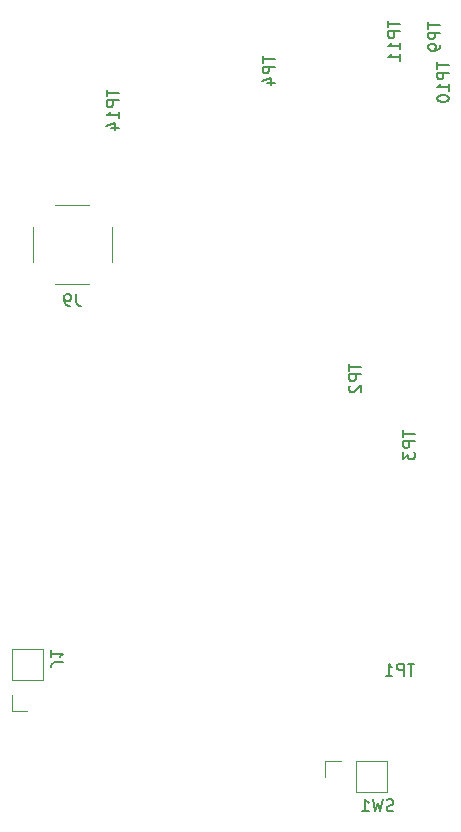
<source format=gbo>
G04 #@! TF.GenerationSoftware,KiCad,Pcbnew,5.0.2-bee76a0~70~ubuntu16.04.1*
G04 #@! TF.CreationDate,2020-11-05T00:34:30+01:00*
G04 #@! TF.ProjectId,WiRoc_NanoPi_v1,5769526f-635f-44e6-916e-6f50695f7631,rev?*
G04 #@! TF.SameCoordinates,Original*
G04 #@! TF.FileFunction,Legend,Bot*
G04 #@! TF.FilePolarity,Positive*
%FSLAX46Y46*%
G04 Gerber Fmt 4.6, Leading zero omitted, Abs format (unit mm)*
G04 Created by KiCad (PCBNEW 5.0.2-bee76a0~70~ubuntu16.04.1) date tor  5 nov 2020 00:34:30*
%MOMM*%
%LPD*%
G01*
G04 APERTURE LIST*
%ADD10C,0.120000*%
%ADD11C,0.150000*%
G04 APERTURE END LIST*
D10*
G04 #@! TO.C,J1*
X48880000Y-107620000D02*
X50210000Y-107620000D01*
X48880000Y-106290000D02*
X48880000Y-107620000D01*
X48880000Y-105020000D02*
X51540000Y-105020000D01*
X51540000Y-105020000D02*
X51540000Y-102420000D01*
X48880000Y-105020000D02*
X48880000Y-102420000D01*
X48880000Y-102420000D02*
X51540000Y-102420000D01*
G04 #@! TO.C,SW1*
X75431400Y-111871800D02*
X75431400Y-113201800D01*
X76761400Y-111871800D02*
X75431400Y-111871800D01*
X78031400Y-111871800D02*
X78031400Y-114531800D01*
X78031400Y-114531800D02*
X80631400Y-114531800D01*
X78031400Y-111871800D02*
X80631400Y-111871800D01*
X80631400Y-111871800D02*
X80631400Y-114531800D01*
G04 #@! TO.C,J9*
X52550000Y-71497200D02*
X55450000Y-71497200D01*
X52550000Y-64787200D02*
X55450000Y-64787200D01*
X57355000Y-69592200D02*
X57355000Y-66692200D01*
X50645000Y-69592200D02*
X50645000Y-66692200D01*
G04 #@! TO.C,TP1*
D11*
X82971284Y-103648960D02*
X82399856Y-103648960D01*
X82685570Y-104648960D02*
X82685570Y-103648960D01*
X82066522Y-104648960D02*
X82066522Y-103648960D01*
X81685570Y-103648960D01*
X81590332Y-103696580D01*
X81542713Y-103744199D01*
X81495094Y-103839437D01*
X81495094Y-103982294D01*
X81542713Y-104077532D01*
X81590332Y-104125151D01*
X81685570Y-104172770D01*
X82066522Y-104172770D01*
X80542713Y-104648960D02*
X81114141Y-104648960D01*
X80828427Y-104648960D02*
X80828427Y-103648960D01*
X80923665Y-103791818D01*
X81018903Y-103887056D01*
X81114141Y-103934675D01*
G04 #@! TO.C,J1*
X53242499Y-103522073D02*
X52528213Y-103522073D01*
X52385356Y-103569692D01*
X52290118Y-103664930D01*
X52242499Y-103807787D01*
X52242499Y-103903025D01*
X52242499Y-102522073D02*
X52242499Y-103093501D01*
X52242499Y-102807787D02*
X53242499Y-102807787D01*
X53099641Y-102903025D01*
X53004403Y-102998263D01*
X52956784Y-103093501D01*
G04 #@! TO.C,SW1*
X81195993Y-116091441D02*
X81053136Y-116139060D01*
X80815040Y-116139060D01*
X80719802Y-116091441D01*
X80672183Y-116043822D01*
X80624564Y-115948584D01*
X80624564Y-115853346D01*
X80672183Y-115758108D01*
X80719802Y-115710489D01*
X80815040Y-115662870D01*
X81005517Y-115615251D01*
X81100755Y-115567632D01*
X81148374Y-115520013D01*
X81195993Y-115424775D01*
X81195993Y-115329537D01*
X81148374Y-115234299D01*
X81100755Y-115186680D01*
X81005517Y-115139060D01*
X80767421Y-115139060D01*
X80624564Y-115186680D01*
X80291231Y-115139060D02*
X80053136Y-116139060D01*
X79862660Y-115424775D01*
X79672183Y-116139060D01*
X79434088Y-115139060D01*
X78529326Y-116139060D02*
X79100755Y-116139060D01*
X78815040Y-116139060D02*
X78815040Y-115139060D01*
X78910279Y-115281918D01*
X79005517Y-115377156D01*
X79100755Y-115424775D01*
G04 #@! TO.C,J9*
X54333333Y-72344580D02*
X54333333Y-73058866D01*
X54380952Y-73201723D01*
X54476190Y-73296961D01*
X54619047Y-73344580D01*
X54714285Y-73344580D01*
X53809523Y-73344580D02*
X53619047Y-73344580D01*
X53523809Y-73296961D01*
X53476190Y-73249342D01*
X53380952Y-73106485D01*
X53333333Y-72916009D01*
X53333333Y-72535057D01*
X53380952Y-72439819D01*
X53428571Y-72392200D01*
X53523809Y-72344580D01*
X53714285Y-72344580D01*
X53809523Y-72392200D01*
X53857142Y-72439819D01*
X53904761Y-72535057D01*
X53904761Y-72773152D01*
X53857142Y-72868390D01*
X53809523Y-72916009D01*
X53714285Y-72963628D01*
X53523809Y-72963628D01*
X53428571Y-72916009D01*
X53380952Y-72868390D01*
X53333333Y-72773152D01*
G04 #@! TO.C,TP2*
X77467700Y-78250615D02*
X77467700Y-78822043D01*
X78467700Y-78536329D02*
X77467700Y-78536329D01*
X78467700Y-79155377D02*
X77467700Y-79155377D01*
X77467700Y-79536329D01*
X77515320Y-79631567D01*
X77562939Y-79679186D01*
X77658177Y-79726805D01*
X77801034Y-79726805D01*
X77896272Y-79679186D01*
X77943891Y-79631567D01*
X77991510Y-79536329D01*
X77991510Y-79155377D01*
X77562939Y-80107758D02*
X77515320Y-80155377D01*
X77467700Y-80250615D01*
X77467700Y-80488710D01*
X77515320Y-80583948D01*
X77562939Y-80631567D01*
X77658177Y-80679186D01*
X77753415Y-80679186D01*
X77896272Y-80631567D01*
X78467700Y-80060139D01*
X78467700Y-80679186D01*
G04 #@! TO.C,TP3*
X82011580Y-83895235D02*
X82011580Y-84466663D01*
X83011580Y-84180949D02*
X82011580Y-84180949D01*
X83011580Y-84799997D02*
X82011580Y-84799997D01*
X82011580Y-85180949D01*
X82059200Y-85276187D01*
X82106819Y-85323806D01*
X82202057Y-85371425D01*
X82344914Y-85371425D01*
X82440152Y-85323806D01*
X82487771Y-85276187D01*
X82535390Y-85180949D01*
X82535390Y-84799997D01*
X82011580Y-85704759D02*
X82011580Y-86323806D01*
X82392533Y-85990473D01*
X82392533Y-86133330D01*
X82440152Y-86228568D01*
X82487771Y-86276187D01*
X82583009Y-86323806D01*
X82821104Y-86323806D01*
X82916342Y-86276187D01*
X82963961Y-86228568D01*
X83011580Y-86133330D01*
X83011580Y-85847616D01*
X82963961Y-85752378D01*
X82916342Y-85704759D01*
G04 #@! TO.C,TP4*
X70145780Y-52180395D02*
X70145780Y-52751823D01*
X71145780Y-52466109D02*
X70145780Y-52466109D01*
X71145780Y-53085157D02*
X70145780Y-53085157D01*
X70145780Y-53466109D01*
X70193400Y-53561347D01*
X70241019Y-53608966D01*
X70336257Y-53656585D01*
X70479114Y-53656585D01*
X70574352Y-53608966D01*
X70621971Y-53561347D01*
X70669590Y-53466109D01*
X70669590Y-53085157D01*
X70479114Y-54513728D02*
X71145780Y-54513728D01*
X70098161Y-54275633D02*
X70812447Y-54037538D01*
X70812447Y-54656585D01*
G04 #@! TO.C,TP9*
X84163980Y-49303495D02*
X84163980Y-49874923D01*
X85163980Y-49589209D02*
X84163980Y-49589209D01*
X85163980Y-50208257D02*
X84163980Y-50208257D01*
X84163980Y-50589209D01*
X84211600Y-50684447D01*
X84259219Y-50732066D01*
X84354457Y-50779685D01*
X84497314Y-50779685D01*
X84592552Y-50732066D01*
X84640171Y-50684447D01*
X84687790Y-50589209D01*
X84687790Y-50208257D01*
X85163980Y-51255876D02*
X85163980Y-51446352D01*
X85116361Y-51541590D01*
X85068742Y-51589209D01*
X84925885Y-51684447D01*
X84735409Y-51732066D01*
X84354457Y-51732066D01*
X84259219Y-51684447D01*
X84211600Y-51636828D01*
X84163980Y-51541590D01*
X84163980Y-51351114D01*
X84211600Y-51255876D01*
X84259219Y-51208257D01*
X84354457Y-51160638D01*
X84592552Y-51160638D01*
X84687790Y-51208257D01*
X84735409Y-51255876D01*
X84783028Y-51351114D01*
X84783028Y-51541590D01*
X84735409Y-51636828D01*
X84687790Y-51684447D01*
X84592552Y-51732066D01*
G04 #@! TO.C,TP10*
X84905660Y-52698964D02*
X84905660Y-53270393D01*
X85905660Y-52984679D02*
X84905660Y-52984679D01*
X85905660Y-53603726D02*
X84905660Y-53603726D01*
X84905660Y-53984679D01*
X84953280Y-54079917D01*
X85000899Y-54127536D01*
X85096137Y-54175155D01*
X85238994Y-54175155D01*
X85334232Y-54127536D01*
X85381851Y-54079917D01*
X85429470Y-53984679D01*
X85429470Y-53603726D01*
X85905660Y-55127536D02*
X85905660Y-54556107D01*
X85905660Y-54841821D02*
X84905660Y-54841821D01*
X85048518Y-54746583D01*
X85143756Y-54651345D01*
X85191375Y-54556107D01*
X84905660Y-55746583D02*
X84905660Y-55841821D01*
X84953280Y-55937060D01*
X85000899Y-55984679D01*
X85096137Y-56032298D01*
X85286613Y-56079917D01*
X85524708Y-56079917D01*
X85715184Y-56032298D01*
X85810422Y-55984679D01*
X85858041Y-55937060D01*
X85905660Y-55841821D01*
X85905660Y-55746583D01*
X85858041Y-55651345D01*
X85810422Y-55603726D01*
X85715184Y-55556107D01*
X85524708Y-55508488D01*
X85286613Y-55508488D01*
X85096137Y-55556107D01*
X85000899Y-55603726D01*
X84953280Y-55651345D01*
X84905660Y-55746583D01*
G04 #@! TO.C,TP11*
X80750280Y-49202304D02*
X80750280Y-49773733D01*
X81750280Y-49488019D02*
X80750280Y-49488019D01*
X81750280Y-50107066D02*
X80750280Y-50107066D01*
X80750280Y-50488019D01*
X80797900Y-50583257D01*
X80845519Y-50630876D01*
X80940757Y-50678495D01*
X81083614Y-50678495D01*
X81178852Y-50630876D01*
X81226471Y-50583257D01*
X81274090Y-50488019D01*
X81274090Y-50107066D01*
X81750280Y-51630876D02*
X81750280Y-51059447D01*
X81750280Y-51345161D02*
X80750280Y-51345161D01*
X80893138Y-51249923D01*
X80988376Y-51154685D01*
X81035995Y-51059447D01*
X81750280Y-52583257D02*
X81750280Y-52011828D01*
X81750280Y-52297542D02*
X80750280Y-52297542D01*
X80893138Y-52202304D01*
X80988376Y-52107066D01*
X81035995Y-52011828D01*
G04 #@! TO.C,TP14*
X56924980Y-55040104D02*
X56924980Y-55611533D01*
X57924980Y-55325819D02*
X56924980Y-55325819D01*
X57924980Y-55944866D02*
X56924980Y-55944866D01*
X56924980Y-56325819D01*
X56972600Y-56421057D01*
X57020219Y-56468676D01*
X57115457Y-56516295D01*
X57258314Y-56516295D01*
X57353552Y-56468676D01*
X57401171Y-56421057D01*
X57448790Y-56325819D01*
X57448790Y-55944866D01*
X57924980Y-57468676D02*
X57924980Y-56897247D01*
X57924980Y-57182961D02*
X56924980Y-57182961D01*
X57067838Y-57087723D01*
X57163076Y-56992485D01*
X57210695Y-56897247D01*
X57258314Y-58325819D02*
X57924980Y-58325819D01*
X56877361Y-58087723D02*
X57591647Y-57849628D01*
X57591647Y-58468676D01*
G04 #@! TD*
M02*

</source>
